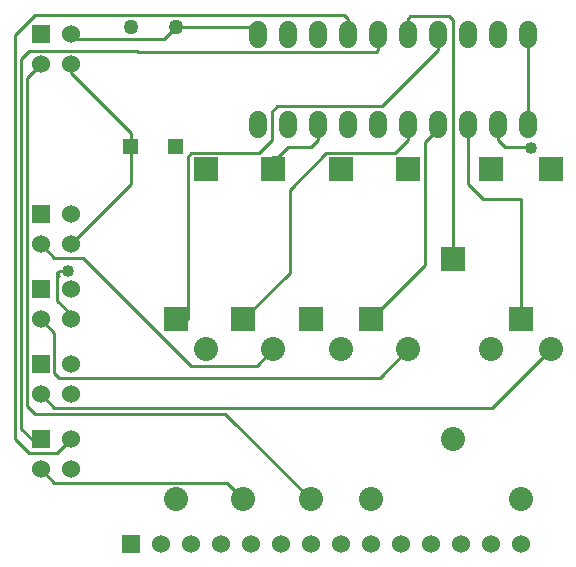
<source format=gbr>
G04 start of page 2 for group 0 idx 0 *
G04 Title: (unknown), top *
G04 Creator: pcb 20140316 *
G04 CreationDate: Mon 21 Apr 2014 02:33:18 PM GMT UTC *
G04 For: vince *
G04 Format: Gerber/RS-274X *
G04 PCB-Dimensions (mil): 2000.00 2000.00 *
G04 PCB-Coordinate-Origin: lower left *
%MOIN*%
%FSLAX25Y25*%
%LNTOP*%
%ADD20C,0.1260*%
%ADD19C,0.0380*%
%ADD18C,0.0350*%
%ADD17C,0.0200*%
%ADD16C,0.0400*%
%ADD15C,0.0500*%
%ADD14C,0.0600*%
%ADD13C,0.0800*%
%ADD12C,0.0001*%
%ADD11C,0.0100*%
G54D11*X79500Y35500D02*X85000Y30000D01*
D03*
D03*
X79000Y58500D02*X107500Y30000D01*
D03*
D03*
X79000Y58500D02*X15750D01*
X168000Y60500D02*X22000D01*
X32000Y35500D02*X22000D01*
X79500D02*X32000D01*
X127500Y90000D03*
D03*
X95000Y80000D02*X89500Y74500D01*
X67750D01*
X130500Y70500D02*X23750D01*
X22000Y72250D02*X23750Y70500D01*
X22000Y85500D02*Y72250D01*
X66500Y90000D03*
X62500D02*X66500D01*
X62500D03*
X66500D01*
D03*
X62500D01*
X27500D03*
Y92000D02*X27250D01*
X23000Y96250D01*
Y98900D02*Y96250D01*
Y104500D03*
Y98900D01*
X32000Y110250D02*X67750Y74500D01*
X100500Y105500D02*X85000Y90000D01*
X145500Y108000D02*X127500Y90000D01*
X140750Y191000D02*X140000Y190250D01*
X153750Y191000D02*X155000Y189750D01*
X150000Y183500D02*Y179750D01*
X140000Y190250D02*Y186500D01*
X160000Y153500D02*Y149750D01*
X150000Y153500D03*
X140000D02*Y149750D01*
X150000Y153500D03*
Y155000D01*
Y156500D01*
D03*
Y179750D02*X131250Y161000D01*
X155000Y189750D02*Y110000D01*
X160000Y150000D02*Y135000D01*
X150000Y153500D02*X145500Y149000D01*
X140000Y80000D02*X130500Y70500D01*
X145500Y149000D02*Y108000D01*
X187500Y80000D02*X168000Y60500D01*
X177500Y90000D03*
Y130000D01*
X155000Y110000D03*
X181000Y147500D02*X172250D01*
X170000Y149750D02*X172250Y147500D01*
X160000Y135000D02*X165000Y130000D01*
X177500D01*
X170000Y153500D02*Y149750D01*
X180000Y183500D02*Y156500D01*
X181000Y147500D03*
D03*
Y147000D01*
D03*
Y147500D01*
Y147000D02*Y147500D01*
Y147000D03*
X32000Y35500D03*
D03*
X17500Y40000D02*X22000Y35500D01*
X17500Y50000D03*
X27500D02*X23000Y45500D01*
X17500Y50000D03*
Y65000D02*X22000Y60500D01*
X17500Y50000D02*X14500D01*
X17500D02*X14500D01*
X17500D02*X14500D01*
D03*
X23000Y45500D02*X13750D01*
X17500Y175000D02*X13000Y170500D01*
X17500Y175000D03*
X13750Y179500D02*X11000Y176750D01*
X17500Y175000D03*
X15750Y191500D02*X9000Y184750D01*
X27500Y185000D02*Y183500D01*
Y185000D02*Y183500D01*
Y185000D02*Y183500D01*
D03*
D03*
X9000Y184750D02*Y50250D01*
X11000Y53500D02*X14500Y50000D01*
X13000Y61250D02*X15750Y58500D01*
X9000Y50250D02*X13750Y45500D01*
X11000Y176750D02*Y53500D01*
X13000Y170500D02*Y61250D01*
X17500Y115000D02*X22000Y110500D01*
X31750D02*X32000Y110250D01*
X23000Y105800D02*Y104500D01*
X23500Y106300D02*X23000Y104500D01*
X23500D02*X23000D01*
D03*
Y98900D01*
X26500Y106300D03*
D03*
X23500D01*
X66500Y144250D02*Y90000D01*
X17500D02*X22000Y85500D01*
X27500Y92000D03*
Y90000D01*
D03*
Y92000D01*
Y90000D02*Y92000D01*
D03*
X47500Y147500D03*
D03*
X27500Y172000D02*X47500Y152000D01*
X49500Y179500D02*X50000Y179000D01*
X27500Y172000D03*
Y175000D02*Y172000D01*
Y175000D02*Y172000D01*
Y175000D02*Y172000D01*
X58500Y183500D02*X27500D01*
X49500Y179500D02*X13750D01*
X67750Y145500D02*X66500Y144250D01*
X90250Y145500D02*X67750D01*
X47500Y147500D03*
Y135000D02*X27500Y115000D01*
X47500Y147500D02*Y135000D01*
X31750Y110500D02*X22000D01*
X47500Y152000D02*Y147500D01*
X130000Y183500D02*Y179750D01*
X118750Y191500D02*X120000Y190250D01*
Y186500D01*
X130000Y179750D02*X129250Y179000D01*
X62500Y187500D02*X58500Y183500D01*
X90000Y187500D03*
D03*
Y185000D02*Y183500D01*
D03*
Y187500D02*X62500D01*
X118750Y191500D02*X15750D01*
X129250Y179000D02*X50000D01*
X27500Y172000D03*
X153750Y191000D02*X140750D01*
X96250Y161000D02*X94500Y159250D01*
X131250Y161000D02*X96250D01*
X100500Y133250D02*Y105500D01*
X135750Y145500D02*X112750D01*
X155000Y110000D03*
X140000Y149750D02*X135750Y145500D01*
X112750D02*X100500Y133250D01*
X95000Y144000D02*X96500D01*
X95000D02*X96500D01*
X95000D01*
Y140000D03*
Y144000D03*
Y140000D03*
Y144000D01*
Y140000D02*Y144000D01*
D03*
Y140000D01*
X110000Y153500D02*Y149750D01*
X100000Y147500D02*X96500Y144000D01*
D03*
D03*
X107750Y147500D02*X100000D01*
X110000Y149750D02*X107750Y147500D01*
X94500Y149750D02*X90250Y145500D01*
X94500Y159250D02*Y149750D01*
G54D12*G36*
X151000Y114000D02*Y106000D01*
X159000D01*
Y114000D01*
X151000D01*
G37*
G36*
X163500Y144000D02*Y136000D01*
X171500D01*
Y144000D01*
X163500D01*
G37*
G36*
X136000D02*Y136000D01*
X144000D01*
Y144000D01*
X136000D01*
G37*
G36*
X183500D02*Y136000D01*
X191500D01*
Y144000D01*
X183500D01*
G37*
G54D13*X72500Y80000D03*
G54D12*G36*
X173500Y94000D02*Y86000D01*
X181500D01*
Y94000D01*
X173500D01*
G37*
G54D13*X187500Y80000D03*
G54D12*G36*
X81000Y94000D02*Y86000D01*
X89000D01*
Y94000D01*
X81000D01*
G37*
G54D13*X167500Y80000D03*
X117500D03*
G54D12*G36*
X123500Y94000D02*Y86000D01*
X131500D01*
Y94000D01*
X123500D01*
G37*
G54D13*X140000Y80000D03*
X95000D03*
G54D12*G36*
X103500Y94000D02*Y86000D01*
X111500D01*
Y94000D01*
X103500D01*
G37*
G36*
X60000Y150000D02*Y145000D01*
X65000D01*
Y150000D01*
X60000D01*
G37*
G36*
X113500Y144000D02*Y136000D01*
X121500D01*
Y144000D01*
X113500D01*
G37*
G36*
X68500D02*Y136000D01*
X76500D01*
Y144000D01*
X68500D01*
G37*
G36*
X91000D02*Y136000D01*
X99000D01*
Y144000D01*
X91000D01*
G37*
G54D14*X90000Y155000D03*
X100000D03*
X110000D03*
X120000D03*
X130000D03*
X140000D03*
X150000D03*
X160000D03*
X170000D03*
X180000D03*
Y185000D03*
X170000D03*
X160000D03*
X150000D03*
X140000D03*
X130000D03*
X120000D03*
X110000D03*
X100000D03*
X90000D03*
G54D12*G36*
X14500Y78000D02*Y72000D01*
X20500D01*
Y78000D01*
X14500D01*
G37*
G54D14*X27500Y75000D03*
X17500Y65000D03*
X27500D03*
G54D12*G36*
X14500Y53000D02*Y47000D01*
X20500D01*
Y53000D01*
X14500D01*
G37*
G54D14*X27500Y50000D03*
X17500Y40000D03*
X27500D03*
X17500Y90000D03*
X27500D03*
G54D12*G36*
X14500Y103000D02*Y97000D01*
X20500D01*
Y103000D01*
X14500D01*
G37*
G36*
Y128000D02*Y122000D01*
X20500D01*
Y128000D01*
X14500D01*
G37*
G54D14*X17500Y115000D03*
G54D12*G36*
X14500Y188000D02*Y182000D01*
X20500D01*
Y188000D01*
X14500D01*
G37*
G54D14*X17500Y175000D03*
X27500Y100000D03*
Y125000D03*
Y115000D03*
Y185000D03*
Y175000D03*
G54D12*G36*
X45000Y150000D02*Y145000D01*
X50000D01*
Y150000D01*
X45000D01*
G37*
G54D15*X47500Y187500D03*
X62500D03*
G54D12*G36*
X58500Y94000D02*Y86000D01*
X66500D01*
Y94000D01*
X58500D01*
G37*
G36*
X44500Y18000D02*Y12000D01*
X50500D01*
Y18000D01*
X44500D01*
G37*
G54D14*X57500Y15000D03*
X67500D03*
G54D13*X62500Y30000D03*
X85000D03*
G54D14*X77500Y15000D03*
X87500D03*
X97500D03*
X107500D03*
X117500D03*
X127500D03*
X137500D03*
G54D13*X127500Y30000D03*
X107500D03*
G54D14*X147500Y15000D03*
X157500D03*
G54D13*X155000Y50000D03*
G54D14*X167500Y15000D03*
X177500D03*
G54D13*Y30000D03*
G54D14*X140000Y156500D02*Y153500D01*
X150000Y156500D02*Y153500D01*
X160000Y156500D02*Y153500D01*
X170000Y156500D02*Y153500D01*
X110000Y156500D02*Y153500D01*
X120000Y156500D02*Y153500D01*
X90000Y156500D02*Y153500D01*
X100000Y156500D02*Y153500D01*
X130000Y156500D02*Y153500D01*
X180000Y156500D02*Y153500D01*
Y186500D02*Y183500D01*
X170000Y186500D02*Y183500D01*
X160000Y186500D02*Y183500D01*
X150000Y186500D02*Y183500D01*
X140000Y186500D02*Y183500D01*
X130000Y186500D02*Y183500D01*
X120000Y186500D02*Y183500D01*
X110000Y186500D02*Y183500D01*
X100000Y186500D02*Y183500D01*
X90000Y186500D02*Y183500D01*
G54D16*X181000Y147000D03*
X26500Y106300D03*
G54D17*G54D15*G54D17*G54D15*G54D18*G54D19*G54D17*G54D15*G54D20*G54D19*G54D15*G54D19*G54D15*G54D19*G54D20*G54D19*G54D15*G54D19*G54D15*M02*

</source>
